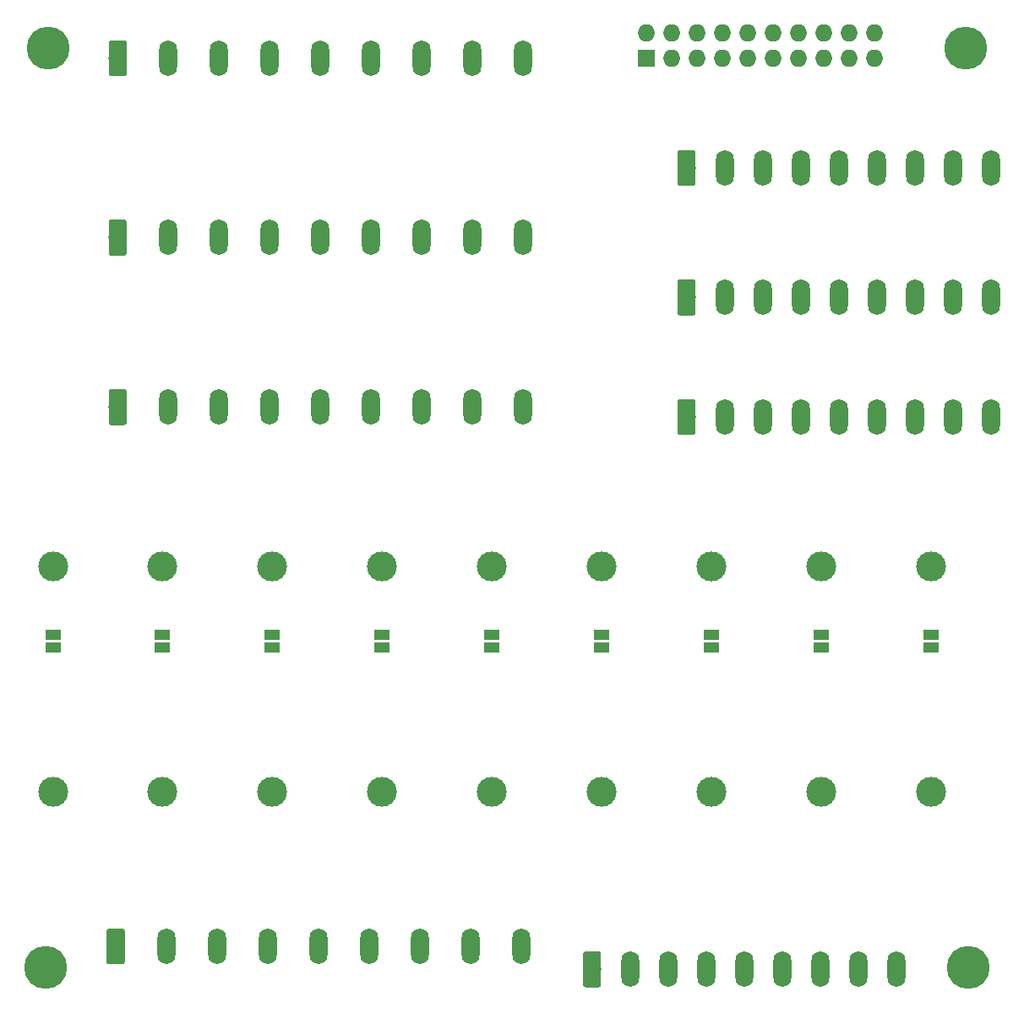
<source format=gts>
%TF.GenerationSoftware,KiCad,Pcbnew,(5.1.4)-1*%
%TF.CreationDate,2020-03-16T02:32:59+08:00*%
%TF.ProjectId,9p-parallel-fused,39702d70-6172-4616-9c6c-656c2d667573,rev?*%
%TF.SameCoordinates,Original*%
%TF.FileFunction,Soldermask,Top*%
%TF.FilePolarity,Negative*%
%FSLAX46Y46*%
G04 Gerber Fmt 4.6, Leading zero omitted, Abs format (unit mm)*
G04 Created by KiCad (PCBNEW (5.1.4)-1) date 2020-03-16 02:32:59*
%MOMM*%
%LPD*%
G04 APERTURE LIST*
%ADD10R,1.500000X1.000000*%
%ADD11O,1.800000X3.600000*%
%ADD12C,0.100000*%
%ADD13C,1.800000*%
%ADD14O,1.727200X1.727200*%
%ADD15R,1.727200X1.727200*%
%ADD16C,4.300000*%
%ADD17C,3.000000*%
G04 APERTURE END LIST*
D10*
%TO.C,JP9*%
X116500000Y-105850000D03*
X116500000Y-107150000D03*
%TD*%
%TO.C,JP8*%
X105500000Y-105850000D03*
X105500000Y-107150000D03*
%TD*%
%TO.C,JP7*%
X94500000Y-105850000D03*
X94500000Y-107150000D03*
%TD*%
%TO.C,JP6*%
X83500000Y-105850000D03*
X83500000Y-107150000D03*
%TD*%
%TO.C,JP5*%
X72500000Y-105850000D03*
X72500000Y-107150000D03*
%TD*%
%TO.C,JP4*%
X61500000Y-105850000D03*
X61500000Y-107150000D03*
%TD*%
%TO.C,JP3*%
X50500000Y-105850000D03*
X50500000Y-107150000D03*
%TD*%
%TO.C,JP2*%
X39500000Y-105850000D03*
X39500000Y-107150000D03*
%TD*%
%TO.C,JP1*%
X28500000Y-105850000D03*
X28500000Y-107150000D03*
%TD*%
D11*
%TO.C,J5*%
X75640000Y-66000000D03*
X70560000Y-66000000D03*
X65480000Y-66000000D03*
X60400000Y-66000000D03*
X55320000Y-66000000D03*
X50240000Y-66000000D03*
X45160000Y-66000000D03*
X40080000Y-66000000D03*
D12*
G36*
X35674324Y-64201205D02*
G01*
X35698612Y-64204808D01*
X35722429Y-64210774D01*
X35745547Y-64219045D01*
X35767743Y-64229543D01*
X35788804Y-64242166D01*
X35808525Y-64256793D01*
X35826718Y-64273282D01*
X35843207Y-64291475D01*
X35857834Y-64311196D01*
X35870457Y-64332257D01*
X35880955Y-64354453D01*
X35889226Y-64377571D01*
X35895192Y-64401388D01*
X35898795Y-64425676D01*
X35900000Y-64450200D01*
X35900000Y-67549800D01*
X35898795Y-67574324D01*
X35895192Y-67598612D01*
X35889226Y-67622429D01*
X35880955Y-67645547D01*
X35870457Y-67667743D01*
X35857834Y-67688804D01*
X35843207Y-67708525D01*
X35826718Y-67726718D01*
X35808525Y-67743207D01*
X35788804Y-67757834D01*
X35767743Y-67770457D01*
X35745547Y-67780955D01*
X35722429Y-67789226D01*
X35698612Y-67795192D01*
X35674324Y-67798795D01*
X35649800Y-67800000D01*
X34350200Y-67800000D01*
X34325676Y-67798795D01*
X34301388Y-67795192D01*
X34277571Y-67789226D01*
X34254453Y-67780955D01*
X34232257Y-67770457D01*
X34211196Y-67757834D01*
X34191475Y-67743207D01*
X34173282Y-67726718D01*
X34156793Y-67708525D01*
X34142166Y-67688804D01*
X34129543Y-67667743D01*
X34119045Y-67645547D01*
X34110774Y-67622429D01*
X34104808Y-67598612D01*
X34101205Y-67574324D01*
X34100000Y-67549800D01*
X34100000Y-64450200D01*
X34101205Y-64425676D01*
X34104808Y-64401388D01*
X34110774Y-64377571D01*
X34119045Y-64354453D01*
X34129543Y-64332257D01*
X34142166Y-64311196D01*
X34156793Y-64291475D01*
X34173282Y-64273282D01*
X34191475Y-64256793D01*
X34211196Y-64242166D01*
X34232257Y-64229543D01*
X34254453Y-64219045D01*
X34277571Y-64210774D01*
X34301388Y-64204808D01*
X34325676Y-64201205D01*
X34350200Y-64200000D01*
X35649800Y-64200000D01*
X35674324Y-64201205D01*
X35674324Y-64201205D01*
G37*
D13*
X35000000Y-66000000D03*
%TD*%
D11*
%TO.C,J4*%
X75640000Y-83000000D03*
X70560000Y-83000000D03*
X65480000Y-83000000D03*
X60400000Y-83000000D03*
X55320000Y-83000000D03*
X50240000Y-83000000D03*
X45160000Y-83000000D03*
X40080000Y-83000000D03*
D12*
G36*
X35674324Y-81201205D02*
G01*
X35698612Y-81204808D01*
X35722429Y-81210774D01*
X35745547Y-81219045D01*
X35767743Y-81229543D01*
X35788804Y-81242166D01*
X35808525Y-81256793D01*
X35826718Y-81273282D01*
X35843207Y-81291475D01*
X35857834Y-81311196D01*
X35870457Y-81332257D01*
X35880955Y-81354453D01*
X35889226Y-81377571D01*
X35895192Y-81401388D01*
X35898795Y-81425676D01*
X35900000Y-81450200D01*
X35900000Y-84549800D01*
X35898795Y-84574324D01*
X35895192Y-84598612D01*
X35889226Y-84622429D01*
X35880955Y-84645547D01*
X35870457Y-84667743D01*
X35857834Y-84688804D01*
X35843207Y-84708525D01*
X35826718Y-84726718D01*
X35808525Y-84743207D01*
X35788804Y-84757834D01*
X35767743Y-84770457D01*
X35745547Y-84780955D01*
X35722429Y-84789226D01*
X35698612Y-84795192D01*
X35674324Y-84798795D01*
X35649800Y-84800000D01*
X34350200Y-84800000D01*
X34325676Y-84798795D01*
X34301388Y-84795192D01*
X34277571Y-84789226D01*
X34254453Y-84780955D01*
X34232257Y-84770457D01*
X34211196Y-84757834D01*
X34191475Y-84743207D01*
X34173282Y-84726718D01*
X34156793Y-84708525D01*
X34142166Y-84688804D01*
X34129543Y-84667743D01*
X34119045Y-84645547D01*
X34110774Y-84622429D01*
X34104808Y-84598612D01*
X34101205Y-84574324D01*
X34100000Y-84549800D01*
X34100000Y-81450200D01*
X34101205Y-81425676D01*
X34104808Y-81401388D01*
X34110774Y-81377571D01*
X34119045Y-81354453D01*
X34129543Y-81332257D01*
X34142166Y-81311196D01*
X34156793Y-81291475D01*
X34173282Y-81273282D01*
X34191475Y-81256793D01*
X34211196Y-81242166D01*
X34232257Y-81229543D01*
X34254453Y-81219045D01*
X34277571Y-81210774D01*
X34301388Y-81204808D01*
X34325676Y-81201205D01*
X34350200Y-81200000D01*
X35649800Y-81200000D01*
X35674324Y-81201205D01*
X35674324Y-81201205D01*
G37*
D13*
X35000000Y-83000000D03*
%TD*%
D11*
%TO.C,J3*%
X75640000Y-48000000D03*
X70560000Y-48000000D03*
X65480000Y-48000000D03*
X60400000Y-48000000D03*
X55320000Y-48000000D03*
X50240000Y-48000000D03*
X45160000Y-48000000D03*
X40080000Y-48000000D03*
D12*
G36*
X35674324Y-46201205D02*
G01*
X35698612Y-46204808D01*
X35722429Y-46210774D01*
X35745547Y-46219045D01*
X35767743Y-46229543D01*
X35788804Y-46242166D01*
X35808525Y-46256793D01*
X35826718Y-46273282D01*
X35843207Y-46291475D01*
X35857834Y-46311196D01*
X35870457Y-46332257D01*
X35880955Y-46354453D01*
X35889226Y-46377571D01*
X35895192Y-46401388D01*
X35898795Y-46425676D01*
X35900000Y-46450200D01*
X35900000Y-49549800D01*
X35898795Y-49574324D01*
X35895192Y-49598612D01*
X35889226Y-49622429D01*
X35880955Y-49645547D01*
X35870457Y-49667743D01*
X35857834Y-49688804D01*
X35843207Y-49708525D01*
X35826718Y-49726718D01*
X35808525Y-49743207D01*
X35788804Y-49757834D01*
X35767743Y-49770457D01*
X35745547Y-49780955D01*
X35722429Y-49789226D01*
X35698612Y-49795192D01*
X35674324Y-49798795D01*
X35649800Y-49800000D01*
X34350200Y-49800000D01*
X34325676Y-49798795D01*
X34301388Y-49795192D01*
X34277571Y-49789226D01*
X34254453Y-49780955D01*
X34232257Y-49770457D01*
X34211196Y-49757834D01*
X34191475Y-49743207D01*
X34173282Y-49726718D01*
X34156793Y-49708525D01*
X34142166Y-49688804D01*
X34129543Y-49667743D01*
X34119045Y-49645547D01*
X34110774Y-49622429D01*
X34104808Y-49598612D01*
X34101205Y-49574324D01*
X34100000Y-49549800D01*
X34100000Y-46450200D01*
X34101205Y-46425676D01*
X34104808Y-46401388D01*
X34110774Y-46377571D01*
X34119045Y-46354453D01*
X34129543Y-46332257D01*
X34142166Y-46311196D01*
X34156793Y-46291475D01*
X34173282Y-46273282D01*
X34191475Y-46256793D01*
X34211196Y-46242166D01*
X34232257Y-46229543D01*
X34254453Y-46219045D01*
X34277571Y-46210774D01*
X34301388Y-46204808D01*
X34325676Y-46201205D01*
X34350200Y-46200000D01*
X35649800Y-46200000D01*
X35674324Y-46201205D01*
X35674324Y-46201205D01*
G37*
D13*
X35000000Y-48000000D03*
%TD*%
D11*
%TO.C,J1*%
X75440000Y-137100000D03*
X70360000Y-137100000D03*
X65280000Y-137100000D03*
X60200000Y-137100000D03*
X55120000Y-137100000D03*
X50040000Y-137100000D03*
X44960000Y-137100000D03*
X39880000Y-137100000D03*
D12*
G36*
X35474324Y-135301205D02*
G01*
X35498612Y-135304808D01*
X35522429Y-135310774D01*
X35545547Y-135319045D01*
X35567743Y-135329543D01*
X35588804Y-135342166D01*
X35608525Y-135356793D01*
X35626718Y-135373282D01*
X35643207Y-135391475D01*
X35657834Y-135411196D01*
X35670457Y-135432257D01*
X35680955Y-135454453D01*
X35689226Y-135477571D01*
X35695192Y-135501388D01*
X35698795Y-135525676D01*
X35700000Y-135550200D01*
X35700000Y-138649800D01*
X35698795Y-138674324D01*
X35695192Y-138698612D01*
X35689226Y-138722429D01*
X35680955Y-138745547D01*
X35670457Y-138767743D01*
X35657834Y-138788804D01*
X35643207Y-138808525D01*
X35626718Y-138826718D01*
X35608525Y-138843207D01*
X35588804Y-138857834D01*
X35567743Y-138870457D01*
X35545547Y-138880955D01*
X35522429Y-138889226D01*
X35498612Y-138895192D01*
X35474324Y-138898795D01*
X35449800Y-138900000D01*
X34150200Y-138900000D01*
X34125676Y-138898795D01*
X34101388Y-138895192D01*
X34077571Y-138889226D01*
X34054453Y-138880955D01*
X34032257Y-138870457D01*
X34011196Y-138857834D01*
X33991475Y-138843207D01*
X33973282Y-138826718D01*
X33956793Y-138808525D01*
X33942166Y-138788804D01*
X33929543Y-138767743D01*
X33919045Y-138745547D01*
X33910774Y-138722429D01*
X33904808Y-138698612D01*
X33901205Y-138674324D01*
X33900000Y-138649800D01*
X33900000Y-135550200D01*
X33901205Y-135525676D01*
X33904808Y-135501388D01*
X33910774Y-135477571D01*
X33919045Y-135454453D01*
X33929543Y-135432257D01*
X33942166Y-135411196D01*
X33956793Y-135391475D01*
X33973282Y-135373282D01*
X33991475Y-135356793D01*
X34011196Y-135342166D01*
X34032257Y-135329543D01*
X34054453Y-135319045D01*
X34077571Y-135310774D01*
X34101388Y-135304808D01*
X34125676Y-135301205D01*
X34150200Y-135300000D01*
X35449800Y-135300000D01*
X35474324Y-135301205D01*
X35474324Y-135301205D01*
G37*
D13*
X34800000Y-137100000D03*
%TD*%
D11*
%TO.C,J2*%
X113020000Y-139390000D03*
X109210000Y-139390000D03*
X105400000Y-139390000D03*
X101590000Y-139390000D03*
X97780000Y-139390000D03*
X93970000Y-139390000D03*
X90160000Y-139390000D03*
X86350000Y-139390000D03*
D12*
G36*
X83214504Y-137591204D02*
G01*
X83238773Y-137594804D01*
X83262571Y-137600765D01*
X83285671Y-137609030D01*
X83307849Y-137619520D01*
X83328893Y-137632133D01*
X83348598Y-137646747D01*
X83366777Y-137663223D01*
X83383253Y-137681402D01*
X83397867Y-137701107D01*
X83410480Y-137722151D01*
X83420970Y-137744329D01*
X83429235Y-137767429D01*
X83435196Y-137791227D01*
X83438796Y-137815496D01*
X83440000Y-137840000D01*
X83440000Y-140940000D01*
X83438796Y-140964504D01*
X83435196Y-140988773D01*
X83429235Y-141012571D01*
X83420970Y-141035671D01*
X83410480Y-141057849D01*
X83397867Y-141078893D01*
X83383253Y-141098598D01*
X83366777Y-141116777D01*
X83348598Y-141133253D01*
X83328893Y-141147867D01*
X83307849Y-141160480D01*
X83285671Y-141170970D01*
X83262571Y-141179235D01*
X83238773Y-141185196D01*
X83214504Y-141188796D01*
X83190000Y-141190000D01*
X81890000Y-141190000D01*
X81865496Y-141188796D01*
X81841227Y-141185196D01*
X81817429Y-141179235D01*
X81794329Y-141170970D01*
X81772151Y-141160480D01*
X81751107Y-141147867D01*
X81731402Y-141133253D01*
X81713223Y-141116777D01*
X81696747Y-141098598D01*
X81682133Y-141078893D01*
X81669520Y-141057849D01*
X81659030Y-141035671D01*
X81650765Y-141012571D01*
X81644804Y-140988773D01*
X81641204Y-140964504D01*
X81640000Y-140940000D01*
X81640000Y-137840000D01*
X81641204Y-137815496D01*
X81644804Y-137791227D01*
X81650765Y-137767429D01*
X81659030Y-137744329D01*
X81669520Y-137722151D01*
X81682133Y-137701107D01*
X81696747Y-137681402D01*
X81713223Y-137663223D01*
X81731402Y-137646747D01*
X81751107Y-137632133D01*
X81772151Y-137619520D01*
X81794329Y-137609030D01*
X81817429Y-137600765D01*
X81841227Y-137594804D01*
X81865496Y-137591204D01*
X81890000Y-137590000D01*
X83190000Y-137590000D01*
X83214504Y-137591204D01*
X83214504Y-137591204D01*
G37*
D13*
X82540000Y-139390000D03*
%TD*%
D14*
%TO.C,J10*%
X110860000Y-45460000D03*
X110860000Y-48000000D03*
X108320000Y-45460000D03*
X108320000Y-48000000D03*
X105780000Y-45460000D03*
X105780000Y-48000000D03*
X103240000Y-45460000D03*
X103240000Y-48000000D03*
X100700000Y-45460000D03*
X100700000Y-48000000D03*
X98160000Y-45460000D03*
X98160000Y-48000000D03*
X95620000Y-45460000D03*
X95620000Y-48000000D03*
X93080000Y-45460000D03*
X93080000Y-48000000D03*
X90540000Y-45460000D03*
X90540000Y-48000000D03*
X88000000Y-45460000D03*
D15*
X88000000Y-48000000D03*
%TD*%
D11*
%TO.C,J9*%
X122480000Y-84000000D03*
X118670000Y-84000000D03*
X114860000Y-84000000D03*
X111050000Y-84000000D03*
X107240000Y-84000000D03*
X103430000Y-84000000D03*
X99620000Y-84000000D03*
X95810000Y-84000000D03*
D12*
G36*
X92674504Y-82201204D02*
G01*
X92698773Y-82204804D01*
X92722571Y-82210765D01*
X92745671Y-82219030D01*
X92767849Y-82229520D01*
X92788893Y-82242133D01*
X92808598Y-82256747D01*
X92826777Y-82273223D01*
X92843253Y-82291402D01*
X92857867Y-82311107D01*
X92870480Y-82332151D01*
X92880970Y-82354329D01*
X92889235Y-82377429D01*
X92895196Y-82401227D01*
X92898796Y-82425496D01*
X92900000Y-82450000D01*
X92900000Y-85550000D01*
X92898796Y-85574504D01*
X92895196Y-85598773D01*
X92889235Y-85622571D01*
X92880970Y-85645671D01*
X92870480Y-85667849D01*
X92857867Y-85688893D01*
X92843253Y-85708598D01*
X92826777Y-85726777D01*
X92808598Y-85743253D01*
X92788893Y-85757867D01*
X92767849Y-85770480D01*
X92745671Y-85780970D01*
X92722571Y-85789235D01*
X92698773Y-85795196D01*
X92674504Y-85798796D01*
X92650000Y-85800000D01*
X91350000Y-85800000D01*
X91325496Y-85798796D01*
X91301227Y-85795196D01*
X91277429Y-85789235D01*
X91254329Y-85780970D01*
X91232151Y-85770480D01*
X91211107Y-85757867D01*
X91191402Y-85743253D01*
X91173223Y-85726777D01*
X91156747Y-85708598D01*
X91142133Y-85688893D01*
X91129520Y-85667849D01*
X91119030Y-85645671D01*
X91110765Y-85622571D01*
X91104804Y-85598773D01*
X91101204Y-85574504D01*
X91100000Y-85550000D01*
X91100000Y-82450000D01*
X91101204Y-82425496D01*
X91104804Y-82401227D01*
X91110765Y-82377429D01*
X91119030Y-82354329D01*
X91129520Y-82332151D01*
X91142133Y-82311107D01*
X91156747Y-82291402D01*
X91173223Y-82273223D01*
X91191402Y-82256747D01*
X91211107Y-82242133D01*
X91232151Y-82229520D01*
X91254329Y-82219030D01*
X91277429Y-82210765D01*
X91301227Y-82204804D01*
X91325496Y-82201204D01*
X91350000Y-82200000D01*
X92650000Y-82200000D01*
X92674504Y-82201204D01*
X92674504Y-82201204D01*
G37*
D13*
X92000000Y-84000000D03*
%TD*%
D11*
%TO.C,J8*%
X122480000Y-72000000D03*
X118670000Y-72000000D03*
X114860000Y-72000000D03*
X111050000Y-72000000D03*
X107240000Y-72000000D03*
X103430000Y-72000000D03*
X99620000Y-72000000D03*
X95810000Y-72000000D03*
D12*
G36*
X92674504Y-70201204D02*
G01*
X92698773Y-70204804D01*
X92722571Y-70210765D01*
X92745671Y-70219030D01*
X92767849Y-70229520D01*
X92788893Y-70242133D01*
X92808598Y-70256747D01*
X92826777Y-70273223D01*
X92843253Y-70291402D01*
X92857867Y-70311107D01*
X92870480Y-70332151D01*
X92880970Y-70354329D01*
X92889235Y-70377429D01*
X92895196Y-70401227D01*
X92898796Y-70425496D01*
X92900000Y-70450000D01*
X92900000Y-73550000D01*
X92898796Y-73574504D01*
X92895196Y-73598773D01*
X92889235Y-73622571D01*
X92880970Y-73645671D01*
X92870480Y-73667849D01*
X92857867Y-73688893D01*
X92843253Y-73708598D01*
X92826777Y-73726777D01*
X92808598Y-73743253D01*
X92788893Y-73757867D01*
X92767849Y-73770480D01*
X92745671Y-73780970D01*
X92722571Y-73789235D01*
X92698773Y-73795196D01*
X92674504Y-73798796D01*
X92650000Y-73800000D01*
X91350000Y-73800000D01*
X91325496Y-73798796D01*
X91301227Y-73795196D01*
X91277429Y-73789235D01*
X91254329Y-73780970D01*
X91232151Y-73770480D01*
X91211107Y-73757867D01*
X91191402Y-73743253D01*
X91173223Y-73726777D01*
X91156747Y-73708598D01*
X91142133Y-73688893D01*
X91129520Y-73667849D01*
X91119030Y-73645671D01*
X91110765Y-73622571D01*
X91104804Y-73598773D01*
X91101204Y-73574504D01*
X91100000Y-73550000D01*
X91100000Y-70450000D01*
X91101204Y-70425496D01*
X91104804Y-70401227D01*
X91110765Y-70377429D01*
X91119030Y-70354329D01*
X91129520Y-70332151D01*
X91142133Y-70311107D01*
X91156747Y-70291402D01*
X91173223Y-70273223D01*
X91191402Y-70256747D01*
X91211107Y-70242133D01*
X91232151Y-70229520D01*
X91254329Y-70219030D01*
X91277429Y-70210765D01*
X91301227Y-70204804D01*
X91325496Y-70201204D01*
X91350000Y-70200000D01*
X92650000Y-70200000D01*
X92674504Y-70201204D01*
X92674504Y-70201204D01*
G37*
D13*
X92000000Y-72000000D03*
%TD*%
D11*
%TO.C,J6*%
X122480000Y-59000000D03*
X118670000Y-59000000D03*
X114860000Y-59000000D03*
X111050000Y-59000000D03*
X107240000Y-59000000D03*
X103430000Y-59000000D03*
X99620000Y-59000000D03*
X95810000Y-59000000D03*
D12*
G36*
X92674504Y-57201204D02*
G01*
X92698773Y-57204804D01*
X92722571Y-57210765D01*
X92745671Y-57219030D01*
X92767849Y-57229520D01*
X92788893Y-57242133D01*
X92808598Y-57256747D01*
X92826777Y-57273223D01*
X92843253Y-57291402D01*
X92857867Y-57311107D01*
X92870480Y-57332151D01*
X92880970Y-57354329D01*
X92889235Y-57377429D01*
X92895196Y-57401227D01*
X92898796Y-57425496D01*
X92900000Y-57450000D01*
X92900000Y-60550000D01*
X92898796Y-60574504D01*
X92895196Y-60598773D01*
X92889235Y-60622571D01*
X92880970Y-60645671D01*
X92870480Y-60667849D01*
X92857867Y-60688893D01*
X92843253Y-60708598D01*
X92826777Y-60726777D01*
X92808598Y-60743253D01*
X92788893Y-60757867D01*
X92767849Y-60770480D01*
X92745671Y-60780970D01*
X92722571Y-60789235D01*
X92698773Y-60795196D01*
X92674504Y-60798796D01*
X92650000Y-60800000D01*
X91350000Y-60800000D01*
X91325496Y-60798796D01*
X91301227Y-60795196D01*
X91277429Y-60789235D01*
X91254329Y-60780970D01*
X91232151Y-60770480D01*
X91211107Y-60757867D01*
X91191402Y-60743253D01*
X91173223Y-60726777D01*
X91156747Y-60708598D01*
X91142133Y-60688893D01*
X91129520Y-60667849D01*
X91119030Y-60645671D01*
X91110765Y-60622571D01*
X91104804Y-60598773D01*
X91101204Y-60574504D01*
X91100000Y-60550000D01*
X91100000Y-57450000D01*
X91101204Y-57425496D01*
X91104804Y-57401227D01*
X91110765Y-57377429D01*
X91119030Y-57354329D01*
X91129520Y-57332151D01*
X91142133Y-57311107D01*
X91156747Y-57291402D01*
X91173223Y-57273223D01*
X91191402Y-57256747D01*
X91211107Y-57242133D01*
X91232151Y-57229520D01*
X91254329Y-57219030D01*
X91277429Y-57210765D01*
X91301227Y-57204804D01*
X91325496Y-57201204D01*
X91350000Y-57200000D01*
X92650000Y-57200000D01*
X92674504Y-57201204D01*
X92674504Y-57201204D01*
G37*
D13*
X92000000Y-59000000D03*
%TD*%
D16*
%TO.C,H4*%
X27800000Y-139200000D03*
%TD*%
%TO.C,H3*%
X120200000Y-139200000D03*
%TD*%
%TO.C,H2*%
X28000000Y-47000000D03*
%TD*%
%TO.C,H1*%
X120000000Y-47000000D03*
%TD*%
D17*
%TO.C,F9*%
X116500000Y-121600000D03*
X116500000Y-99000000D03*
%TD*%
%TO.C,F8*%
X105500000Y-121600000D03*
X105500000Y-99000000D03*
%TD*%
%TO.C,F7*%
X94500000Y-121600000D03*
X94500000Y-99000000D03*
%TD*%
%TO.C,F6*%
X83500000Y-121600000D03*
X83500000Y-99000000D03*
%TD*%
%TO.C,F5*%
X72500000Y-121600000D03*
X72500000Y-99000000D03*
%TD*%
%TO.C,F4*%
X61500000Y-121600000D03*
X61500000Y-99000000D03*
%TD*%
%TO.C,F3*%
X50500000Y-121600000D03*
X50500000Y-99000000D03*
%TD*%
%TO.C,F2*%
X39500000Y-121600000D03*
X39500000Y-99000000D03*
%TD*%
%TO.C,F1*%
X28500000Y-121600000D03*
X28500000Y-99000000D03*
%TD*%
M02*

</source>
